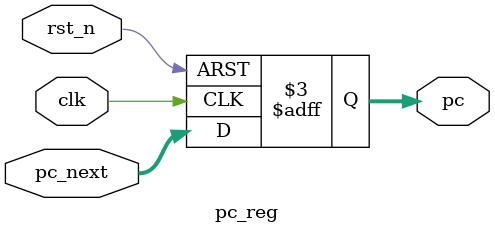
<source format=sv>
module pc_reg (
    input logic clk,               // Clock input
    input logic rst_n,             // Active low reset
    input logic [15:0] pc_next,    // Next PC value
    output logic [15:0] pc         // Current PC value
);

    // Program counter register
    always_ff @(posedge clk, negedge rst_n) begin
        if (!rst_n) begin
            // Reset PC to 0 when reset is active
            pc <= 16'h0000;
        end else begin
            // Update PC with next value on clock edge
            pc <= pc_next;
        end
    end

endmodule
</source>
